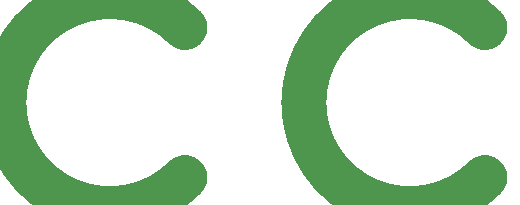
<source format=gbr>
%FSLAX34Y34*%%MOIN*%%ADD10C,0.15*%D10*G75*X-2500Y2500D02*G03*X-2500Y-2500I-2500J-2500D01*X7500Y-2500D02*G02*X7500Y2500I-2500J2500D01*M02*
</source>
